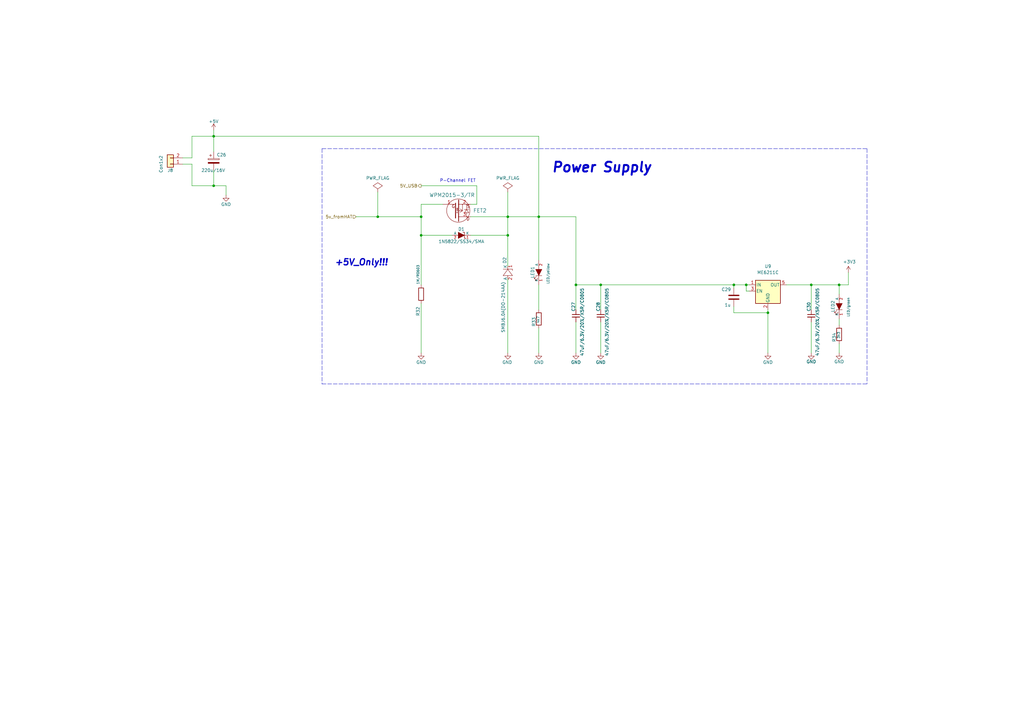
<source format=kicad_sch>
(kicad_sch (version 20220126) (generator eeschema)
  (paper "A3")
  (lib_symbols
    (symbol "Connector_Generic:Conn_01x02" (pin_names (offset 1.016) hide)
      (property "Reference" "J" (at 0 2.54 0))
      (property "Value" "Conn_01x02" (at 0 -5.08 0))
      (symbol "Conn_01x02_1_1"
        (rectangle (start -1.27 -2.413) (end 0 -2.667) (stroke (width 0.1524)))
        (rectangle (start -1.27 0.127) (end 0 -0.127) (stroke (width 0.1524)))
        (rectangle (start -1.27 1.27) (end 1.27 -3.81) (stroke (width 0.254)) (fill (type background)))
        (pin passive line (at -5.08 0 0) (length 3.81) (name "Pin_1") (number "1"))
        (pin passive line (at -5.08 -2.54 0) (length 3.81) (name "Pin_2") (number "2"))
      )
    )
    (symbol "Device:C" (pin_numbers hide) (pin_names (offset 0.254))
      (property "Reference" "C" (at 0.635 2.54 0))
      (property "Value" "C" (at 0.635 -2.54 0))
      (symbol "C_0_1"
        (polyline (pts (xy -2.032 -0.762) (xy 2.032 -0.762)) (stroke (width 0.508)))
        (polyline (pts (xy -2.032 0.762) (xy 2.032 0.762)) (stroke (width 0.508)))
      )
      (symbol "C_1_1"
        (pin passive line (at 0 3.81 270) (length 2.794) (name "~") (number "1"))
        (pin passive line (at 0 -3.81 90) (length 2.794) (name "~") (number "2"))
      )
    )
    (symbol "Device:C_Polarized" (pin_numbers hide) (pin_names (offset 0.254))
      (property "Reference" "C" (at 0.635 2.54 0))
      (property "Value" "C_Polarized" (at 0.635 -2.54 0))
      (symbol "C_Polarized_0_1"
        (rectangle (start -2.286 0.508) (end 2.286 1.016))
        (polyline (pts (xy -1.778 2.286) (xy -0.762 2.286)))
        (polyline (pts (xy -1.27 2.794) (xy -1.27 1.778)))
        (rectangle (start 2.286 -0.508) (end -2.286 -1.016) (fill (type outline)))
      )
      (symbol "C_Polarized_1_1"
        (pin passive line (at 0 3.81 270) (length 2.794) (name "~") (number "1"))
        (pin passive line (at 0 -3.81 90) (length 2.794) (name "~") (number "2"))
      )
    )
    (symbol "ESP32-GATEWAY_Rev_G:+3.3V" (power) (pin_names (offset 0))
      (property "Value" "+3.3V" (at 0 3.556 0))
      (symbol "+3.3V_0_1"
        (polyline (pts (xy -0.762 1.27) (xy 0 2.54)))
        (polyline (pts (xy 0 0) (xy 0 2.54)))
        (polyline (pts (xy 0 2.54) (xy 0.762 1.27)))
      )
      (symbol "+3.3V_1_1"
        (pin power_in line (at 0 0 90) (length 0) hide (name "+3V3") (number "1"))
      )
    )
    (symbol "ESP32-GATEWAY_Rev_G:+5V" (power) (pin_names (offset 0))
      (property "Value" "+5V" (at 0 3.556 0))
      (symbol "+5V_0_1"
        (polyline (pts (xy -0.762 1.27) (xy 0 2.54)))
        (polyline (pts (xy 0 0) (xy 0 2.54)))
        (polyline (pts (xy 0 2.54) (xy 0.762 1.27)))
      )
      (symbol "+5V_1_1"
        (pin power_in line (at 0 0 90) (length 0) hide (name "+5V") (number "1"))
      )
    )
    (symbol "ESP32-GATEWAY_Rev_G:C" (pin_numbers hide) (pin_names (offset 0.254) hide)
      (property "Reference" "C" (at 0.254 1.778 0))
      (property "Value" "C" (at 0.254 -2.032 0))
      (symbol "C_0_1"
        (polyline (pts (xy -1.524 -0.508) (xy 1.524 -0.508)) (stroke (width 0.3302)))
        (polyline (pts (xy -1.524 0.508) (xy 1.524 0.508)) (stroke (width 0.3048)))
      )
      (symbol "C_1_1"
        (pin passive line (at 0 2.54 270) (length 1.905) (name "~") (number "1"))
        (pin passive line (at 0 -2.54 90) (length 2.032) (name "~") (number "2"))
      )
    )
    (symbol "ESP32-GATEWAY_Rev_G:D_Schottky" (pin_names (offset 0))
      (property "Reference" "D" (at 0 2.54 0))
      (property "Value" "D_Schottky" (at 0 -2.54 0))
      (symbol "D_Schottky_0_1"
        (polyline (pts (xy 1.27 -1.27) (xy -1.27 0) (xy 1.27 1.27)) (fill (type outline)))
        (polyline (pts (xy -0.635 1.27) (xy -1.27 1.27) (xy -1.27 -1.27) (xy -1.905 -1.27)) (stroke (width 0.2032)))
        (rectangle (start 1.27 1.27) (end 1.27 -1.27))
      )
      (symbol "D_Schottky_1_1"
        (pin passive line (at -3.81 0 0) (length 2.54) (name "K") (number "1"))
        (pin passive line (at 3.81 0 180) (length 2.54) (name "A") (number "2"))
      )
    )
    (symbol "ESP32-GATEWAY_Rev_G:GND" (power) (pin_names (offset 0))
      (property "Value" "GND" (at 0 -3.81 0))
      (symbol "GND_0_1"
        (polyline (pts (xy 0 0) (xy 0 -1.27) (xy 1.27 -1.27) (xy 0 -2.54) (xy -1.27 -1.27) (xy 0 -1.27)))
      )
      (symbol "GND_1_1"
        (pin power_in line (at 0 0 270) (length 0) hide (name "GND") (number "1"))
      )
    )
    (symbol "ESP32-GATEWAY_Rev_G:LED" (pin_names (offset 0))
      (property "Reference" "LED" (at 0 2.54 0))
      (property "Value" "LED" (at 0 -2.54 0))
      (symbol "LED_0_1"
        (polyline (pts (xy -3.302 1.397) (xy -3.302 0.889)))
        (polyline (pts (xy -2.54 1.905) (xy -2.032 1.905)))
        (polyline (pts (xy -1.27 -1.27) (xy -1.27 1.27)))
        (polyline (pts (xy -2.286 0.381) (xy -3.302 1.397) (xy -2.794 1.397)))
        (polyline (pts (xy -1.651 1.016) (xy -2.54 1.905) (xy -2.54 1.397)))
        (polyline (pts (xy 1.27 -1.27) (xy -1.27 0) (xy 1.27 1.27)) (fill (type outline)))
        (rectangle (start 1.27 1.27) (end 1.27 -1.27))
      )
      (symbol "LED_1_1"
        (pin passive line (at -5.08 0 0) (length 3.81) (name "K") (number "1"))
        (pin passive line (at 5.08 0 180) (length 3.81) (name "A") (number "2"))
      )
    )
    (symbol "ESP32-GATEWAY_Rev_G:P-MOS+DIOD" (pin_names (offset 1.016))
      (property "Reference" "FET" (at -6.35 -3.81 0))
      (property "Value" "P-MOS+DIOD" (at -10.16 -6.35 0))
      (symbol "P-MOS+DIOD_0_0"
        (circle (center -2.54 3.3782) (radius 0.1016))
        (polyline (pts (xy -0.0254 1.7018) (xy 0.6604 0.7874)))
        (polyline (pts (xy 0.4318 4.3688) (xy 0.4318 2.4892)))
        (polyline (pts (xy 0.4572 3.4036) (xy 2.4892 3.4036)))
        (polyline (pts (xy -0.0762 1.7018) (xy -0.7112 0.7874) (xy -0.6858 0.8382)))
        (polyline (pts (xy -0.0254 0.254) (xy -0.0254 1.7272) (xy 2.5146 1.7272)))
        (polyline (pts (xy -2.5146 3.3782) (xy -0.9144 3.3782) (xy -0.9144 4.2926) (xy -0.9144 2.5146) (xy 0.4064 3.3782) (xy -0.889 4.3434)))
        (polyline (pts (xy -4.445 0.2286) (xy 4.4196 0.254) (xy 4.4196 0.0762) (xy -4.4196 0.0762) (xy -4.445 0.0762) (xy -4.445 0.1524) (xy 4.2926 0.1524)))
        (polyline (pts (xy -3.0988 -1.016) (xy 3.0988 -1.016) (xy 3.0988 -1.1938) (xy -3.0734 -1.2192) (xy -3.1242 -1.2192) (xy -3.1242 -1.0414) (xy -3.048 -1.143) (xy 2.9972 -1.1176)))
        (circle (center 0 0) (radius 4.7752))
        (circle (center 2.5146 1.7272) (radius 0.1016))
        (circle (center 2.5146 3.4036) (radius 0.1016))
        (text "D" (at -3.429 3.9878 900) (effects (font (size 1.27 1.27))))
        (text "G" (at 1.7272 -2.032 900) (effects (font (size 1.27 1.27))))
        (text "P-MOS" (at 0.0254 -0.381 0) (effects (font (size 0.4064 0.4064))))
        (text "S" (at 1.7526 4.1402 900) (effects (font (size 1.27 1.27))))
      )
      (symbol "P-MOS+DIOD_1_1"
        (pin input line (at 2.54 -6.35 90) (length 5.08) (name "~") (number "1"))
        (pin passive line (at 2.54 5.08 270) (length 5.08) (name "~") (number "2"))
        (pin passive line (at -2.54 5.08 270) (length 5.08) (name "~") (number "3"))
      )
    )
    (symbol "ESP32-GATEWAY_Rev_G:PWR_FLAG" (power) (pin_numbers hide) (pin_names (offset 0) hide)
      (property "Value" "PWR_FLAG" (at 0 4.572 0))
      (symbol "PWR_FLAG_0_0"
        (pin power_out line (at 0 0 90) (length 0) (name "pwr") (number "1"))
      )
      (symbol "PWR_FLAG_0_1"
        (polyline (pts (xy 0 0) (xy 0 1.27) (xy -1.905 2.54) (xy 0 3.81) (xy 1.905 2.54) (xy 0 1.27)))
      )
    )
    (symbol "ESP32-GATEWAY_Rev_G:R" (pin_numbers hide) (pin_names (offset 0))
      (property "Reference" "R" (at 0 2.032 0))
      (property "Value" "R" (at 0 0 0))
      (symbol "R_0_1"
        (rectangle (start 2.54 -1.016) (end -2.54 1.016) (stroke (width 0.254)))
      )
      (symbol "R_1_1"
        (pin passive line (at -3.81 0 0) (length 1.27) (name "~") (number "1"))
        (pin passive line (at 3.81 0 180) (length 1.27) (name "~") (number "2"))
      )
    )
    (symbol "ESP32-GATEWAY_Rev_G:SMBJ6.0A" (pin_names (offset 0))
      (property "Reference" "D" (at -2.9464 2.6416 0))
      (property "Value" "SMBJ6.0A" (at -4.445 -4.445 0))
      (symbol "SMBJ6.0A_0_1"
        (rectangle (start -2.54 0) (end -1.27 0))
        (rectangle (start 1.27 0) (end 2.54 0))
      )
      (symbol "SMBJ6.0A_1_0"
        (polyline (pts (xy -1.27 -1.905) (xy 1.27 0)))
        (polyline (pts (xy -1.27 1.905) (xy -1.27 -1.905)))
        (polyline (pts (xy 1.27 0) (xy -1.27 1.905)))
        (polyline (pts (xy 1.397 -1.905) (xy 0.762 -1.905)))
        (polyline (pts (xy 1.397 1.905) (xy 1.397 -1.905)))
      )
      (symbol "SMBJ6.0A_1_1"
        (pin passive line (at 2.54 0 180) (length 0) (name "K") (number "1"))
        (pin passive line (at -2.54 0 0) (length 0) (name "A") (number "2"))
      )
    )
    (symbol "Regulator_Linear:TLV70012_SOT23-5" (pin_names (offset 0.254))
      (property "Reference" "U" (at -3.81 5.715 0))
      (property "Value" "TLV70012_SOT23-5" (at 0 5.715 0))
      (symbol "TLV70012_SOT23-5_0_1"
        (rectangle (start -5.08 4.445) (end 5.08 -5.08) (stroke (width 0.254)) (fill (type background)))
      )
      (symbol "TLV70012_SOT23-5_1_1"
        (pin power_in line (at -7.62 2.54 0) (length 2.54) (name "IN") (number "1"))
        (pin power_in line (at 0 -7.62 90) (length 2.54) (name "GND") (number "2"))
        (pin input line (at -7.62 0 0) (length 2.54) (name "EN") (number "3"))
        (pin no_connect line (at 5.08 0 180) (length 2.54) hide (name "NC") (number "4"))
        (pin power_out line (at 7.62 2.54 180) (length 2.54) (name "OUT") (number "5"))
      )
    )
  )
  (junction (at 154.94 88.9) (diameter 0.9144))
  (junction (at 236.22 116.84) (diameter 0.9144))
  (junction (at 314.96 128.27) (diameter 0.9144))
  (junction (at 172.72 96.52) (diameter 0.9144))
  (junction (at 246.38 116.84) (diameter 0.9144))
  (junction (at 208.28 96.52) (diameter 0.9144))
  (junction (at 220.98 88.9) (diameter 0.9144))
  (junction (at 87.63 55.88))
  (junction (at 332.74 116.84) (diameter 0.9144))
  (junction (at 344.17 116.84))
  (junction (at 208.28 88.9) (diameter 0.9144))
  (junction (at 300.99 116.84) (diameter 0.9144))
  (junction (at 172.72 88.9))
  (junction (at 306.07 116.84) (diameter 0.9144))
  (junction (at 87.63 76.2))
  (wire (pts (xy 344.17 140.97) (xy 344.17 144.78)))
  (wire (pts (xy 208.28 88.9) (xy 208.28 96.52)))
  (wire (pts (xy 300.99 125.73) (xy 300.99 128.27)))
  (wire (pts (xy 154.94 88.9) (xy 172.72 88.9)))
  (wire (pts (xy 332.74 132.08) (xy 332.74 144.78)))
  (wire (pts (xy 195.58 76.2) (xy 172.72 76.2)))
  (wire (pts (xy 87.63 55.88) (xy 87.63 62.23)))
  (wire (pts (xy 300.99 116.84) (xy 306.07 116.84)))
  (wire (pts (xy 306.07 116.84) (xy 307.34 116.84)))
  (wire (pts (xy 300.99 128.27) (xy 314.96 128.27)))
  (wire (pts (xy 246.38 116.84) (xy 246.38 127)))
  (wire (pts (xy 172.72 96.52) (xy 172.72 116.84)))
  (polyline (pts (xy 132.08 157.48) (xy 355.6 157.48)) (stroke (width 0) (type dash)))
  (wire (pts (xy 172.72 83.82) (xy 172.72 88.9)))
  (wire (pts (xy 208.28 96.52) (xy 208.28 109.22)))
  (wire (pts (xy 332.74 116.84) (xy 344.17 116.84)))
  (wire (pts (xy 220.98 144.78) (xy 220.98 134.62)))
  (polyline (pts (xy 132.08 60.96) (xy 355.6 60.96)) (stroke (width 0) (type dash)))
  (wire (pts (xy 220.98 88.9) (xy 220.98 55.88)))
  (wire (pts (xy 344.17 116.84) (xy 347.98 116.84)))
  (wire (pts (xy 87.63 76.2) (xy 87.63 69.85)))
  (wire (pts (xy 208.28 144.78) (xy 208.28 114.3)))
  (wire (pts (xy 220.98 116.84) (xy 220.98 127)))
  (wire (pts (xy 208.28 88.9) (xy 220.98 88.9)))
  (wire (pts (xy 185.42 96.52) (xy 172.72 96.52)))
  (wire (pts (xy 193.04 88.9) (xy 208.28 88.9)))
  (wire (pts (xy 87.63 53.34) (xy 87.63 55.88)))
  (wire (pts (xy 181.61 83.82) (xy 172.72 83.82)))
  (wire (pts (xy 195.58 83.82) (xy 195.58 76.2)))
  (wire (pts (xy 347.98 116.84) (xy 347.98 111.76)))
  (wire (pts (xy 78.74 64.77) (xy 78.74 55.88)))
  (wire (pts (xy 236.22 116.84) (xy 246.38 116.84)))
  (wire (pts (xy 78.74 55.88) (xy 87.63 55.88)))
  (wire (pts (xy 146.05 88.9) (xy 154.94 88.9)))
  (wire (pts (xy 246.38 116.84) (xy 300.99 116.84)))
  (wire (pts (xy 208.28 78.74) (xy 208.28 88.9)))
  (wire (pts (xy 314.96 127) (xy 314.96 128.27)))
  (wire (pts (xy 314.96 128.27) (xy 314.96 144.78)))
  (wire (pts (xy 220.98 88.9) (xy 236.22 88.9)))
  (wire (pts (xy 306.07 116.84) (xy 306.07 119.38)))
  (wire (pts (xy 307.34 119.38) (xy 306.07 119.38)))
  (wire (pts (xy 74.93 64.77) (xy 78.74 64.77)))
  (wire (pts (xy 332.74 116.84) (xy 332.74 127)))
  (wire (pts (xy 92.71 76.2) (xy 92.71 80.01)))
  (wire (pts (xy 195.58 83.82) (xy 193.04 83.82)))
  (wire (pts (xy 344.17 130.81) (xy 344.17 133.35)))
  (wire (pts (xy 236.22 116.84) (xy 236.22 127)))
  (polyline (pts (xy 132.08 60.96) (xy 132.08 157.48)) (stroke (width 0) (type dash)))
  (wire (pts (xy 87.63 55.88) (xy 220.98 55.88)))
  (wire (pts (xy 246.38 132.08) (xy 246.38 144.78)))
  (wire (pts (xy 344.17 116.84) (xy 344.17 120.65)))
  (wire (pts (xy 172.72 88.9) (xy 172.72 96.52)))
  (wire (pts (xy 74.93 67.31) (xy 78.74 67.31)))
  (polyline (pts (xy 355.6 60.96) (xy 355.6 157.48)) (stroke (width 0) (type dash)))
  (wire (pts (xy 154.94 78.74) (xy 154.94 88.9)))
  (wire (pts (xy 172.72 144.78) (xy 172.72 124.46)))
  (wire (pts (xy 78.74 67.31) (xy 78.74 76.2)))
  (wire (pts (xy 236.22 132.08) (xy 236.22 144.78)))
  (wire (pts (xy 220.98 88.9) (xy 220.98 106.68)))
  (wire (pts (xy 193.04 96.52) (xy 208.28 96.52)))
  (wire (pts (xy 87.63 76.2) (xy 92.71 76.2)))
  (wire (pts (xy 322.58 116.84) (xy 332.74 116.84)))
  (wire (pts (xy 236.22 88.9) (xy 236.22 116.84)))
  (wire (pts (xy 78.74 76.2) (xy 87.63 76.2)))
  (wire (pts (xy 300.99 116.84) (xy 300.99 118.11)))
  (text "Power Supply" (at 226.06 71.12 0) (effects (font (size 3.9878 3.9878) (thickness 0.7976) bold italic) (justify left bottom)))
  (text "+5V_Only!!!" (at 137.16 109.22 0) (effects (font (size 2.54 2.54) (thickness 0.508) bold italic) (justify left bottom)))
  (text "P-Channel FET" (at 180.34 74.93 0) (effects (font (size 1.27 1.27)) (justify left bottom)))
  (hierarchical_label "5v_fromHAT" (shape input) (at 146.05 88.9 180))
  (hierarchical_label "5V_USB" (shape output) (at 172.72 76.2 180))
  (symbol (lib_id "ESP32-GATEWAY_Rev_G:+3.3V") (at 347.98 111.76 0) (unit 1)
    (property "Reference" "#PWR086" (effects hide))
    (property "Value" "+3.3V" (at 348.361 107.3658 0))
  )
  (symbol (lib_id "ESP32-GATEWAY_Rev_G:PWR_FLAG") (at 154.94 78.74 0) (unit 1)
    (property "Reference" "#FLG06" (effects hide))
    (property "Value" "PWR_FLAG" (at 154.94 73.0504 0))
  )
  (symbol (lib_id "ESP32-GATEWAY_Rev_G:LED") (at 344.17 125.73 90) (unit 1)
    (property "Reference" "LED2" (at 341.63 123.19 0) (effects (justify right)))
    (property "Value" "LED{slash}green" (at 347.98 121.92 0) (effects (font (size 0.9906 0.9906)) (justify right)))
    (property "Footprint" "LED_SMD:LED_0603_1608Metric" (effects hide))
    (property "MfgNo" "19-217/GHC-YR1S2/3T" (effects hide))
    (property "price@1" "0.04" (effects hide))
    (property "price@reel" "0.02" (effects hide))
    (property "JCLPCB" "C72043" (effects hide))
  )
  (symbol (lib_id "ESP32-GATEWAY_Rev_G:C") (at 332.74 129.54 0) (unit 1)
    (property "Reference" "C30" (at 331.724 127.762 90) (effects (justify left)))
    (property "Value" "47uF/6.3V/20%/X5R/C0805" (at 335.28 146.05 90) (effects (justify left)))
    (property "Footprint" "OLIMEX_RLC-FP:C_0805_5MIL_DWS" (effects hide))
    (property "MfgNo" "CL21A476MQYNNNE" (effects hide))
    (property "price@1" "0.05" (effects hide))
    (property "price@reel" "0.03" (effects hide))
    (property "JCLPCB" "C16780" (effects hide))
  )
  (symbol (lib_id "ESP32-GATEWAY_Rev_G:GND") (at 314.96 144.78 0) (unit 1)
    (property "Reference" "#PWR083" (effects hide))
    (property "Value" "GND" (at 314.96 148.59 0))
  )
  (symbol (lib_id "Device:C_Polarized") (at 87.63 66.04 0) (unit 1)
    (property "Reference" "C26" (at 88.9 63.4999 0) (effects (justify left)))
    (property "Value" "220u/16V" (at 82.55 69.85 0) (effects (justify left)))
    (property "Footprint" "Capacitor_SMD:CP_Elec_6.3x7.7" (effects hide))
    (property "MfgNo" "RVT1C221M0607" (effects hide))
    (property "price@1" "0.06" (effects hide))
    (property "price@reel" "0.04" (effects hide))
    (property "JCLPCB" "C3342" (effects hide))
  )
  (symbol (lib_id "ESP32-GATEWAY_Rev_G:C") (at 246.38 129.54 0) (unit 1)
    (property "Reference" "C28" (at 245.364 127.762 90) (effects (justify left)))
    (property "Value" "47uF/6.3V/20%/X5R/C0805" (at 248.92 146.05 90) (effects (justify left)))
    (property "Footprint" "OLIMEX_RLC-FP:C_0805_5MIL_DWS" (effects hide))
    (property "Fieldname 1" "CL21A476MQYNNNE" (effects hide))
    (property "price@1" "0.05" (effects hide))
    (property "price@reel" "0.03" (effects hide))
    (property "JCLPCB" "C16780" (effects hide))
  )
  (symbol (lib_id "ESP32-GATEWAY_Rev_G:GND") (at 246.38 144.78 0) (unit 1)
    (property "Reference" "#PWR082" (effects hide))
    (property "Value" "GND" (at 246.38 148.59 0))
  )
  (symbol (lib_id "ESP32-GATEWAY_Rev_G:GND") (at 332.74 144.78 0) (unit 1)
    (property "Reference" "#PWR084" (effects hide))
    (property "Value" "GND" (at 332.74 148.336 0))
  )
  (symbol (lib_id "ESP32-GATEWAY_Rev_G:GND") (at 344.17 144.78 0) (unit 1)
    (property "Reference" "#PWR085" (effects hide))
    (property "Value" "GND" (at 344.17 148.336 0))
  )
  (symbol (lib_id "ESP32-GATEWAY_Rev_G:P-MOS+DIOD") (at 187.96 86.36 270) (mirror x) (unit 1)
    (property "Reference" "FET2" (at 196.85 86.36 90) (effects (font (size 1.524 1.524))))
    (property "Value" "WPM2015-3/TR" (at 185.42 80.01 90) (effects (font (size 1.524 1.524))))
    (property "Footprint" "OLIMEX_Transistors-FP:SOT23" (effects hide))
    (property "MfgNo" "WPM2015-3/TR" (effects hide))
    (property "price@1" "0.07" (effects hide))
    (property "price@reel" "0.05" (effects hide))
    (property "JCLPCB" "C213159" (effects hide))
  )
  (symbol (lib_id "ESP32-GATEWAY_Rev_G:PWR_FLAG") (at 208.28 78.74 0) (unit 1)
    (property "Reference" "#FLG07" (effects hide))
    (property "Value" "PWR_FLAG" (at 208.28 73.0504 0))
  )
  (symbol (lib_id "Connector_Generic:Conn_01x02") (at 69.85 67.31 180) (unit 1)
    (property "Reference" "J8" (at 69.85 69.85 0))
    (property "Value" "Con1x2" (at 66.04 67.31 90))
    (property "Footprint" "michi1:KF301-5.0-2P" (effects hide))
    (property "MfgNo" "KF301-5.0-2P" (effects hide))
    (property "price@1" "0.1" (effects hide))
    (property "price@reel" "0.06" (effects hide))
    (property "JCLPCB" "C474881" (effects hide))
  )
  (symbol (lib_id "Regulator_Linear:TLV70012_SOT23-5") (at 314.96 119.38 0) (unit 1)
    (property "Reference" "U9" (at 314.96 109.22 0))
    (property "Value" "ME6211C" (at 314.96 111.76 0))
    (property "Footprint" "Package_TO_SOT_SMD:SOT-23-5" (effects hide))
    (property "Datasheet" "http://www.ti.com/lit/ds/symlink/tlv700.pdf" (effects hide))
    (property "MfgNo" "ME6211C33M5G-N" (effects hide))
    (property "price@1" "0.08" (effects hide))
    (property "price@reel" "0.05" (effects hide))
    (property "JCLPCB" "C82942" (effects hide))
  )
  (symbol (lib_id "ESP32-GATEWAY_Rev_G:C") (at 236.22 129.54 0) (unit 1)
    (property "Reference" "C27" (at 235.204 127.762 90) (effects (justify left)))
    (property "Value" "47uF/6.3V/20%/X5R/C0805" (at 238.76 146.05 90) (effects (justify left)))
    (property "Footprint" "OLIMEX_RLC-FP:C_0805_5MIL_DWS" (effects hide))
    (property "MfgNo" "CL21A476MQYNNNE" (effects hide))
    (property "price@1" "0.05" (effects hide))
    (property "price@reel" "0.03" (effects hide))
    (property "JCLPCB" "C16780" (effects hide))
  )
  (symbol (lib_id "ESP32-GATEWAY_Rev_G:+5V") (at 87.63 53.34 0) (unit 1)
    (property "Reference" "#PWR076" (effects hide))
    (property "Value" "+5V" (at 87.63 49.784 0))
  )
  (symbol (lib_id "ESP32-GATEWAY_Rev_G:GND") (at 236.22 144.78 0) (unit 1)
    (property "Reference" "#PWR081" (effects hide))
    (property "Value" "GND" (at 236.22 148.59 0))
  )
  (symbol (lib_id "ESP32-GATEWAY_Rev_G:D_Schottky") (at 189.23 96.52 0) (mirror y) (unit 1)
    (property "Reference" "D1" (at 189.23 93.98 0))
    (property "Value" "1N5822/SS34/SMA" (at 189.23 99.06 0))
    (property "Footprint" "OLIMEX_Diodes-FP:SMA-KA" (effects hide))
    (property "MfgNo" "SS34" (effects hide))
    (property "price@1" "0.07" (effects hide))
    (property "price@reel" "0.04" (effects hide))
    (property "JCLPCB" "C8678" (effects hide))
  )
  (symbol (lib_id "ESP32-GATEWAY_Rev_G:R") (at 172.72 120.65 270) (unit 1)
    (property "Reference" "R32" (at 171.45 125.73 0) (effects (justify left)))
    (property "Value" "1M/R0603" (at 171.45 108.585 0) (effects (font (size 0.9906 0.9906)) (justify left)))
    (property "Footprint" "Resistor_SMD:R_0603_1608Metric" (effects hide))
    (property "MfgNo" "0603WAF1004T5E" (effects hide))
    (property "price@1" "0.003" (effects hide))
    (property "price@reel" "0.001" (effects hide))
    (property "JCLPCB" "C22935" (effects hide))
  )
  (symbol (lib_id "Device:C") (at 300.99 121.92 0) (unit 1)
    (property "Reference" "C29" (at 295.91 118.7449 0) (effects (justify left)))
    (property "Value" "1u" (at 297.18 125.0949 0) (effects (justify left)))
    (property "Footprint" "Capacitor_SMD:C_0603_1608Metric" (effects hide))
    (property "MfgNo" "CL10A105KB8NNNC" (effects hide))
    (property "price@1" "0.014" (effects hide))
    (property "price@reel" "0.006" (effects hide))
    (property "JCLPCB" "C15849" (effects hide))
  )
  (symbol (lib_id "ESP32-GATEWAY_Rev_G:SMBJ6.0A") (at 208.28 111.76 90) (unit 1)
    (property "Reference" "D2" (at 207.01 105.41 0) (effects (justify right)))
    (property "Value" "SMBJ6.0A(DO-214AA)" (at 206.375 115.57 0) (effects (justify right)))
    (property "Footprint" "OLIMEX_Diodes-FP:DO214AA_1(K)-2(A)" (effects hide))
    (property "MfgNo" "SMBJ6.0CA" (effects hide))
    (property "price@1" "0.06" (effects hide))
    (property "price@reel" "0.04" (effects hide))
    (property "JCLPCB" "C113977" (effects hide))
  )
  (symbol (lib_id "ESP32-GATEWAY_Rev_G:LED") (at 220.98 111.76 90) (unit 1)
    (property "Reference" "LED1" (at 218.44 109.22 0) (effects (justify right)))
    (property "Value" "LED{slash}yellow" (at 224.79 107.95 0) (effects (font (size 0.9906 0.9906)) (justify right)))
    (property "Footprint" "LED_SMD:LED_0603_1608Metric" (effects hide))
    (property "MfgNo" "19-213/Y2C-CQ2R2L/3T(CY)" (effects hide))
    (property "price@1" "0.02" (effects hide))
    (property "price@reel" "0.014" (effects hide))
    (property "JCLPCB" "C72038" (effects hide))
  )
  (symbol (lib_id "ESP32-GATEWAY_Rev_G:GND") (at 220.98 144.78 0) (unit 1)
    (property "Reference" "#PWR080" (effects hide))
    (property "Value" "GND" (at 220.98 148.59 0))
  )
  (symbol (lib_id "ESP32-GATEWAY_Rev_G:R") (at 220.98 130.81 270) (unit 1)
    (property "Reference" "R33" (at 218.948 130.048 0) (effects (justify left)))
    (property "Value" "4k7" (at 220.726 129.667 0) (effects (font (size 1 1)) (justify left)))
    (property "Footprint" "Resistor_SMD:R_0603_1608Metric" (effects hide))
    (property "MfgNo" "0603WAF4701T5E" (effects hide))
    (property "price@1" "0.003" (effects hide))
    (property "price@reel" "0.001" (effects hide))
    (property "JCLPCB" "C23162" (effects hide))
  )
  (symbol (lib_id "ESP32-GATEWAY_Rev_G:GND") (at 172.72 144.78 0) (unit 1)
    (property "Reference" "#PWR078" (effects hide))
    (property "Value" "GND" (at 172.72 148.59 0))
  )
  (symbol (lib_id "ESP32-GATEWAY_Rev_G:GND") (at 208.28 144.78 0) (unit 1)
    (property "Reference" "#PWR079" (effects hide))
    (property "Value" "GND" (at 208.026 148.59 0))
  )
  (symbol (lib_id "ESP32-GATEWAY_Rev_G:R") (at 344.17 137.16 270) (unit 1)
    (property "Reference" "R34" (at 342.138 136.398 0) (effects (justify left)))
    (property "Value" "3k3" (at 343.916 136.017 0) (effects (font (size 1 1)) (justify left)))
    (property "Footprint" "Resistor_SMD:R_0603_1608Metric" (effects hide))
    (property "MfgNo" "0603WAF3301T5E" (effects hide))
    (property "price@1" "0.003" (effects hide))
    (property "price@reel" "0.001" (effects hide))
    (property "JCLPCB" "C22978" (effects hide))
  )
  (symbol (lib_id "ESP32-GATEWAY_Rev_G:GND") (at 92.71 80.01 0) (mirror y) (unit 1)
    (property "Reference" "#PWR077" (effects hide))
    (property "Value" "GND" (at 92.71 83.82 0))
  )
)
</source>
